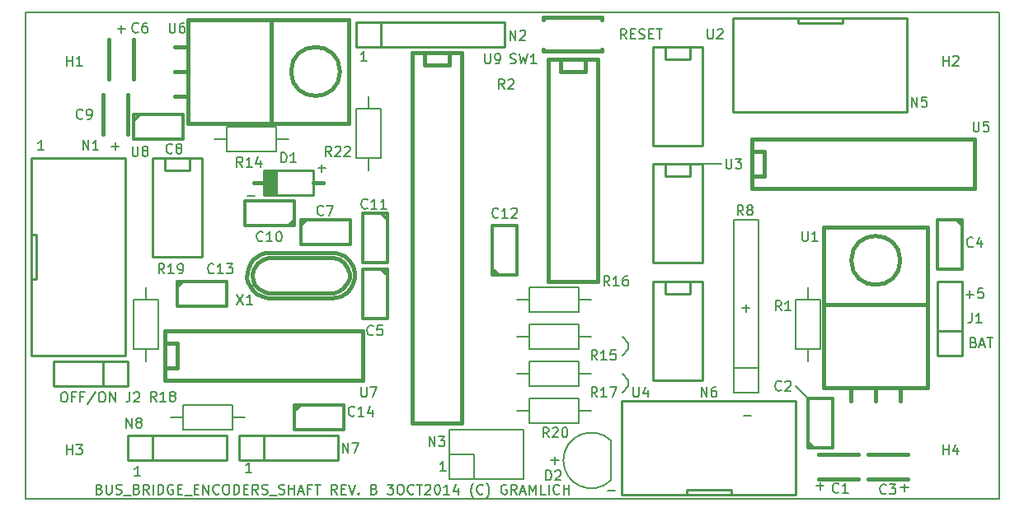
<source format=gto>
%FSLAX46Y46*%
G04 Gerber Fmt 4.6, Leading zero omitted, Abs format (unit mm)*
G04 Created by KiCad (PCBNEW (2014-jul-16 BZR unknown)-product) date Fri 03 Oct 2014 04:25:25 PM PDT*
%MOMM*%
G01*
G04 APERTURE LIST*
%ADD10C,0.100000*%
%ADD11C,0.203200*%
%ADD12C,0.381000*%
%ADD13C,0.304800*%
%ADD14C,0.254000*%
%ADD15C,0.150000*%
G04 APERTURE END LIST*
D10*
D11*
X181997047Y-148662571D02*
X181222952Y-148662571D01*
X181610000Y-149049619D02*
X181610000Y-148275524D01*
X190658447Y-148825131D02*
X189884352Y-148825131D01*
X190271400Y-149212179D02*
X190271400Y-148438084D01*
X169545000Y-115570000D02*
X171450000Y-115570000D01*
X180340000Y-139700000D02*
X179070000Y-138430000D01*
X161719381Y-102694619D02*
X161380715Y-102210810D01*
X161138810Y-102694619D02*
X161138810Y-101678619D01*
X161525857Y-101678619D01*
X161622619Y-101727000D01*
X161671000Y-101775381D01*
X161719381Y-101872143D01*
X161719381Y-102017286D01*
X161671000Y-102114048D01*
X161622619Y-102162429D01*
X161525857Y-102210810D01*
X161138810Y-102210810D01*
X162154810Y-102162429D02*
X162493476Y-102162429D01*
X162638619Y-102694619D02*
X162154810Y-102694619D01*
X162154810Y-101678619D01*
X162638619Y-101678619D01*
X163025667Y-102646238D02*
X163170810Y-102694619D01*
X163412714Y-102694619D01*
X163509476Y-102646238D01*
X163557857Y-102597857D01*
X163606238Y-102501095D01*
X163606238Y-102404333D01*
X163557857Y-102307571D01*
X163509476Y-102259190D01*
X163412714Y-102210810D01*
X163219191Y-102162429D01*
X163122429Y-102114048D01*
X163074048Y-102065667D01*
X163025667Y-101968905D01*
X163025667Y-101872143D01*
X163074048Y-101775381D01*
X163122429Y-101727000D01*
X163219191Y-101678619D01*
X163461095Y-101678619D01*
X163606238Y-101727000D01*
X164041667Y-102162429D02*
X164380333Y-102162429D01*
X164525476Y-102694619D02*
X164041667Y-102694619D01*
X164041667Y-101678619D01*
X164525476Y-101678619D01*
X164815762Y-101678619D02*
X165396333Y-101678619D01*
X165106048Y-102694619D02*
X165106048Y-101678619D01*
X161925000Y-133985000D02*
X161290000Y-133350000D01*
X161925000Y-134620000D02*
X161925000Y-133985000D01*
X161290000Y-135255000D02*
X161925000Y-134620000D01*
X161925000Y-137795000D02*
X161290000Y-137160000D01*
X161925000Y-138430000D02*
X161925000Y-137795000D01*
X161290000Y-139065000D02*
X161925000Y-138430000D01*
X100000000Y-150000000D02*
X100000000Y-100000000D01*
X200000000Y-150000000D02*
X100000000Y-150000000D01*
X200000000Y-100000000D02*
X200000000Y-150000000D01*
X100000000Y-100000000D02*
X200000000Y-100000000D01*
X107610730Y-149012729D02*
X107755873Y-149061110D01*
X107804254Y-149109490D01*
X107852635Y-149206252D01*
X107852635Y-149351395D01*
X107804254Y-149448157D01*
X107755873Y-149496538D01*
X107659111Y-149544919D01*
X107272064Y-149544919D01*
X107272064Y-148528919D01*
X107610730Y-148528919D01*
X107707492Y-148577300D01*
X107755873Y-148625681D01*
X107804254Y-148722443D01*
X107804254Y-148819205D01*
X107755873Y-148915967D01*
X107707492Y-148964348D01*
X107610730Y-149012729D01*
X107272064Y-149012729D01*
X108288064Y-148528919D02*
X108288064Y-149351395D01*
X108336445Y-149448157D01*
X108384826Y-149496538D01*
X108481588Y-149544919D01*
X108675111Y-149544919D01*
X108771873Y-149496538D01*
X108820254Y-149448157D01*
X108868635Y-149351395D01*
X108868635Y-148528919D01*
X109304064Y-149496538D02*
X109449207Y-149544919D01*
X109691111Y-149544919D01*
X109787873Y-149496538D01*
X109836254Y-149448157D01*
X109884635Y-149351395D01*
X109884635Y-149254633D01*
X109836254Y-149157871D01*
X109787873Y-149109490D01*
X109691111Y-149061110D01*
X109497588Y-149012729D01*
X109400826Y-148964348D01*
X109352445Y-148915967D01*
X109304064Y-148819205D01*
X109304064Y-148722443D01*
X109352445Y-148625681D01*
X109400826Y-148577300D01*
X109497588Y-148528919D01*
X109739492Y-148528919D01*
X109884635Y-148577300D01*
X110078159Y-149641681D02*
X110852254Y-149641681D01*
X111432825Y-149012729D02*
X111577968Y-149061110D01*
X111626349Y-149109490D01*
X111674730Y-149206252D01*
X111674730Y-149351395D01*
X111626349Y-149448157D01*
X111577968Y-149496538D01*
X111481206Y-149544919D01*
X111094159Y-149544919D01*
X111094159Y-148528919D01*
X111432825Y-148528919D01*
X111529587Y-148577300D01*
X111577968Y-148625681D01*
X111626349Y-148722443D01*
X111626349Y-148819205D01*
X111577968Y-148915967D01*
X111529587Y-148964348D01*
X111432825Y-149012729D01*
X111094159Y-149012729D01*
X112690730Y-149544919D02*
X112352064Y-149061110D01*
X112110159Y-149544919D02*
X112110159Y-148528919D01*
X112497206Y-148528919D01*
X112593968Y-148577300D01*
X112642349Y-148625681D01*
X112690730Y-148722443D01*
X112690730Y-148867586D01*
X112642349Y-148964348D01*
X112593968Y-149012729D01*
X112497206Y-149061110D01*
X112110159Y-149061110D01*
X113126159Y-149544919D02*
X113126159Y-148528919D01*
X113609969Y-149544919D02*
X113609969Y-148528919D01*
X113851874Y-148528919D01*
X113997016Y-148577300D01*
X114093778Y-148674062D01*
X114142159Y-148770824D01*
X114190540Y-148964348D01*
X114190540Y-149109490D01*
X114142159Y-149303014D01*
X114093778Y-149399776D01*
X113997016Y-149496538D01*
X113851874Y-149544919D01*
X113609969Y-149544919D01*
X115158159Y-148577300D02*
X115061397Y-148528919D01*
X114916254Y-148528919D01*
X114771112Y-148577300D01*
X114674350Y-148674062D01*
X114625969Y-148770824D01*
X114577588Y-148964348D01*
X114577588Y-149109490D01*
X114625969Y-149303014D01*
X114674350Y-149399776D01*
X114771112Y-149496538D01*
X114916254Y-149544919D01*
X115013016Y-149544919D01*
X115158159Y-149496538D01*
X115206540Y-149448157D01*
X115206540Y-149109490D01*
X115013016Y-149109490D01*
X115641969Y-149012729D02*
X115980635Y-149012729D01*
X116125778Y-149544919D02*
X115641969Y-149544919D01*
X115641969Y-148528919D01*
X116125778Y-148528919D01*
X116319302Y-149641681D02*
X117093397Y-149641681D01*
X117335302Y-149012729D02*
X117673968Y-149012729D01*
X117819111Y-149544919D02*
X117335302Y-149544919D01*
X117335302Y-148528919D01*
X117819111Y-148528919D01*
X118254540Y-149544919D02*
X118254540Y-148528919D01*
X118835111Y-149544919D01*
X118835111Y-148528919D01*
X119899492Y-149448157D02*
X119851111Y-149496538D01*
X119705968Y-149544919D01*
X119609206Y-149544919D01*
X119464064Y-149496538D01*
X119367302Y-149399776D01*
X119318921Y-149303014D01*
X119270540Y-149109490D01*
X119270540Y-148964348D01*
X119318921Y-148770824D01*
X119367302Y-148674062D01*
X119464064Y-148577300D01*
X119609206Y-148528919D01*
X119705968Y-148528919D01*
X119851111Y-148577300D01*
X119899492Y-148625681D01*
X120528445Y-148528919D02*
X120721968Y-148528919D01*
X120818730Y-148577300D01*
X120915492Y-148674062D01*
X120963873Y-148867586D01*
X120963873Y-149206252D01*
X120915492Y-149399776D01*
X120818730Y-149496538D01*
X120721968Y-149544919D01*
X120528445Y-149544919D01*
X120431683Y-149496538D01*
X120334921Y-149399776D01*
X120286540Y-149206252D01*
X120286540Y-148867586D01*
X120334921Y-148674062D01*
X120431683Y-148577300D01*
X120528445Y-148528919D01*
X121399302Y-149544919D02*
X121399302Y-148528919D01*
X121641207Y-148528919D01*
X121786349Y-148577300D01*
X121883111Y-148674062D01*
X121931492Y-148770824D01*
X121979873Y-148964348D01*
X121979873Y-149109490D01*
X121931492Y-149303014D01*
X121883111Y-149399776D01*
X121786349Y-149496538D01*
X121641207Y-149544919D01*
X121399302Y-149544919D01*
X122415302Y-149012729D02*
X122753968Y-149012729D01*
X122899111Y-149544919D02*
X122415302Y-149544919D01*
X122415302Y-148528919D01*
X122899111Y-148528919D01*
X123915111Y-149544919D02*
X123576445Y-149061110D01*
X123334540Y-149544919D02*
X123334540Y-148528919D01*
X123721587Y-148528919D01*
X123818349Y-148577300D01*
X123866730Y-148625681D01*
X123915111Y-148722443D01*
X123915111Y-148867586D01*
X123866730Y-148964348D01*
X123818349Y-149012729D01*
X123721587Y-149061110D01*
X123334540Y-149061110D01*
X124302159Y-149496538D02*
X124447302Y-149544919D01*
X124689206Y-149544919D01*
X124785968Y-149496538D01*
X124834349Y-149448157D01*
X124882730Y-149351395D01*
X124882730Y-149254633D01*
X124834349Y-149157871D01*
X124785968Y-149109490D01*
X124689206Y-149061110D01*
X124495683Y-149012729D01*
X124398921Y-148964348D01*
X124350540Y-148915967D01*
X124302159Y-148819205D01*
X124302159Y-148722443D01*
X124350540Y-148625681D01*
X124398921Y-148577300D01*
X124495683Y-148528919D01*
X124737587Y-148528919D01*
X124882730Y-148577300D01*
X125076254Y-149641681D02*
X125850349Y-149641681D01*
X126043873Y-149496538D02*
X126189016Y-149544919D01*
X126430920Y-149544919D01*
X126527682Y-149496538D01*
X126576063Y-149448157D01*
X126624444Y-149351395D01*
X126624444Y-149254633D01*
X126576063Y-149157871D01*
X126527682Y-149109490D01*
X126430920Y-149061110D01*
X126237397Y-149012729D01*
X126140635Y-148964348D01*
X126092254Y-148915967D01*
X126043873Y-148819205D01*
X126043873Y-148722443D01*
X126092254Y-148625681D01*
X126140635Y-148577300D01*
X126237397Y-148528919D01*
X126479301Y-148528919D01*
X126624444Y-148577300D01*
X127059873Y-149544919D02*
X127059873Y-148528919D01*
X127059873Y-149012729D02*
X127640444Y-149012729D01*
X127640444Y-149544919D02*
X127640444Y-148528919D01*
X128075873Y-149254633D02*
X128559682Y-149254633D01*
X127979111Y-149544919D02*
X128317778Y-148528919D01*
X128656444Y-149544919D01*
X129333777Y-149012729D02*
X128995111Y-149012729D01*
X128995111Y-149544919D02*
X128995111Y-148528919D01*
X129478920Y-148528919D01*
X129720825Y-148528919D02*
X130301396Y-148528919D01*
X130011111Y-149544919D02*
X130011111Y-148528919D01*
X131994729Y-149544919D02*
X131656063Y-149061110D01*
X131414158Y-149544919D02*
X131414158Y-148528919D01*
X131801205Y-148528919D01*
X131897967Y-148577300D01*
X131946348Y-148625681D01*
X131994729Y-148722443D01*
X131994729Y-148867586D01*
X131946348Y-148964348D01*
X131897967Y-149012729D01*
X131801205Y-149061110D01*
X131414158Y-149061110D01*
X132430158Y-149012729D02*
X132768824Y-149012729D01*
X132913967Y-149544919D02*
X132430158Y-149544919D01*
X132430158Y-148528919D01*
X132913967Y-148528919D01*
X133204253Y-148528919D02*
X133542920Y-149544919D01*
X133881586Y-148528919D01*
X134220253Y-149448157D02*
X134268634Y-149496538D01*
X134220253Y-149544919D01*
X134171872Y-149496538D01*
X134220253Y-149448157D01*
X134220253Y-149544919D01*
X135816824Y-149012729D02*
X135961967Y-149061110D01*
X136010348Y-149109490D01*
X136058729Y-149206252D01*
X136058729Y-149351395D01*
X136010348Y-149448157D01*
X135961967Y-149496538D01*
X135865205Y-149544919D01*
X135478158Y-149544919D01*
X135478158Y-148528919D01*
X135816824Y-148528919D01*
X135913586Y-148577300D01*
X135961967Y-148625681D01*
X136010348Y-148722443D01*
X136010348Y-148819205D01*
X135961967Y-148915967D01*
X135913586Y-148964348D01*
X135816824Y-149012729D01*
X135478158Y-149012729D01*
X137171491Y-148528919D02*
X137800443Y-148528919D01*
X137461777Y-148915967D01*
X137606919Y-148915967D01*
X137703681Y-148964348D01*
X137752062Y-149012729D01*
X137800443Y-149109490D01*
X137800443Y-149351395D01*
X137752062Y-149448157D01*
X137703681Y-149496538D01*
X137606919Y-149544919D01*
X137316634Y-149544919D01*
X137219872Y-149496538D01*
X137171491Y-149448157D01*
X138429396Y-148528919D02*
X138622919Y-148528919D01*
X138719681Y-148577300D01*
X138816443Y-148674062D01*
X138864824Y-148867586D01*
X138864824Y-149206252D01*
X138816443Y-149399776D01*
X138719681Y-149496538D01*
X138622919Y-149544919D01*
X138429396Y-149544919D01*
X138332634Y-149496538D01*
X138235872Y-149399776D01*
X138187491Y-149206252D01*
X138187491Y-148867586D01*
X138235872Y-148674062D01*
X138332634Y-148577300D01*
X138429396Y-148528919D01*
X139880824Y-149448157D02*
X139832443Y-149496538D01*
X139687300Y-149544919D01*
X139590538Y-149544919D01*
X139445396Y-149496538D01*
X139348634Y-149399776D01*
X139300253Y-149303014D01*
X139251872Y-149109490D01*
X139251872Y-148964348D01*
X139300253Y-148770824D01*
X139348634Y-148674062D01*
X139445396Y-148577300D01*
X139590538Y-148528919D01*
X139687300Y-148528919D01*
X139832443Y-148577300D01*
X139880824Y-148625681D01*
X140171110Y-148528919D02*
X140751681Y-148528919D01*
X140461396Y-149544919D02*
X140461396Y-148528919D01*
X141041967Y-148625681D02*
X141090348Y-148577300D01*
X141187110Y-148528919D01*
X141429014Y-148528919D01*
X141525776Y-148577300D01*
X141574157Y-148625681D01*
X141622538Y-148722443D01*
X141622538Y-148819205D01*
X141574157Y-148964348D01*
X140993586Y-149544919D01*
X141622538Y-149544919D01*
X142251491Y-148528919D02*
X142348252Y-148528919D01*
X142445014Y-148577300D01*
X142493395Y-148625681D01*
X142541776Y-148722443D01*
X142590157Y-148915967D01*
X142590157Y-149157871D01*
X142541776Y-149351395D01*
X142493395Y-149448157D01*
X142445014Y-149496538D01*
X142348252Y-149544919D01*
X142251491Y-149544919D01*
X142154729Y-149496538D01*
X142106348Y-149448157D01*
X142057967Y-149351395D01*
X142009586Y-149157871D01*
X142009586Y-148915967D01*
X142057967Y-148722443D01*
X142106348Y-148625681D01*
X142154729Y-148577300D01*
X142251491Y-148528919D01*
X143557776Y-149544919D02*
X142977205Y-149544919D01*
X143267491Y-149544919D02*
X143267491Y-148528919D01*
X143170729Y-148674062D01*
X143073967Y-148770824D01*
X142977205Y-148819205D01*
X144428633Y-148867586D02*
X144428633Y-149544919D01*
X144186729Y-148480538D02*
X143944824Y-149206252D01*
X144573776Y-149206252D01*
X146025204Y-149931967D02*
X145976824Y-149883586D01*
X145880062Y-149738443D01*
X145831681Y-149641681D01*
X145783300Y-149496538D01*
X145734919Y-149254633D01*
X145734919Y-149061110D01*
X145783300Y-148819205D01*
X145831681Y-148674062D01*
X145880062Y-148577300D01*
X145976824Y-148432157D01*
X146025204Y-148383776D01*
X146992823Y-149448157D02*
X146944442Y-149496538D01*
X146799299Y-149544919D01*
X146702537Y-149544919D01*
X146557395Y-149496538D01*
X146460633Y-149399776D01*
X146412252Y-149303014D01*
X146363871Y-149109490D01*
X146363871Y-148964348D01*
X146412252Y-148770824D01*
X146460633Y-148674062D01*
X146557395Y-148577300D01*
X146702537Y-148528919D01*
X146799299Y-148528919D01*
X146944442Y-148577300D01*
X146992823Y-148625681D01*
X147331490Y-149931967D02*
X147379871Y-149883586D01*
X147476633Y-149738443D01*
X147525014Y-149641681D01*
X147573395Y-149496538D01*
X147621776Y-149254633D01*
X147621776Y-149061110D01*
X147573395Y-148819205D01*
X147525014Y-148674062D01*
X147476633Y-148577300D01*
X147379871Y-148432157D01*
X147331490Y-148383776D01*
X149411870Y-148577300D02*
X149315108Y-148528919D01*
X149169965Y-148528919D01*
X149024823Y-148577300D01*
X148928061Y-148674062D01*
X148879680Y-148770824D01*
X148831299Y-148964348D01*
X148831299Y-149109490D01*
X148879680Y-149303014D01*
X148928061Y-149399776D01*
X149024823Y-149496538D01*
X149169965Y-149544919D01*
X149266727Y-149544919D01*
X149411870Y-149496538D01*
X149460251Y-149448157D01*
X149460251Y-149109490D01*
X149266727Y-149109490D01*
X150476251Y-149544919D02*
X150137585Y-149061110D01*
X149895680Y-149544919D02*
X149895680Y-148528919D01*
X150282727Y-148528919D01*
X150379489Y-148577300D01*
X150427870Y-148625681D01*
X150476251Y-148722443D01*
X150476251Y-148867586D01*
X150427870Y-148964348D01*
X150379489Y-149012729D01*
X150282727Y-149061110D01*
X149895680Y-149061110D01*
X150863299Y-149254633D02*
X151347108Y-149254633D01*
X150766537Y-149544919D02*
X151105204Y-148528919D01*
X151443870Y-149544919D01*
X151782537Y-149544919D02*
X151782537Y-148528919D01*
X152121203Y-149254633D01*
X152459870Y-148528919D01*
X152459870Y-149544919D01*
X153427489Y-149544919D02*
X152943680Y-149544919D01*
X152943680Y-148528919D01*
X153766156Y-149544919D02*
X153766156Y-148528919D01*
X154830537Y-149448157D02*
X154782156Y-149496538D01*
X154637013Y-149544919D01*
X154540251Y-149544919D01*
X154395109Y-149496538D01*
X154298347Y-149399776D01*
X154249966Y-149303014D01*
X154201585Y-149109490D01*
X154201585Y-148964348D01*
X154249966Y-148770824D01*
X154298347Y-148674062D01*
X154395109Y-148577300D01*
X154540251Y-148528919D01*
X154637013Y-148528919D01*
X154782156Y-148577300D01*
X154830537Y-148625681D01*
X155265966Y-149544919D02*
X155265966Y-148528919D01*
X155265966Y-149012729D02*
X155846537Y-149012729D01*
X155846537Y-149544919D02*
X155846537Y-148528919D01*
X101890286Y-114124619D02*
X101309715Y-114124619D01*
X101600001Y-114124619D02*
X101600001Y-113108619D01*
X101503239Y-113253762D01*
X101406477Y-113350524D01*
X101309715Y-113398905D01*
X135037286Y-104980619D02*
X134456715Y-104980619D01*
X134747001Y-104980619D02*
X134747001Y-103964619D01*
X134650239Y-104109762D01*
X134553477Y-104206524D01*
X134456715Y-104254905D01*
X103887210Y-139031859D02*
X104080733Y-139031859D01*
X104177495Y-139080240D01*
X104274257Y-139177002D01*
X104322638Y-139370526D01*
X104322638Y-139709192D01*
X104274257Y-139902716D01*
X104177495Y-139999478D01*
X104080733Y-140047859D01*
X103887210Y-140047859D01*
X103790448Y-139999478D01*
X103693686Y-139902716D01*
X103645305Y-139709192D01*
X103645305Y-139370526D01*
X103693686Y-139177002D01*
X103790448Y-139080240D01*
X103887210Y-139031859D01*
X105096733Y-139515669D02*
X104758067Y-139515669D01*
X104758067Y-140047859D02*
X104758067Y-139031859D01*
X105241876Y-139031859D01*
X105967590Y-139515669D02*
X105628924Y-139515669D01*
X105628924Y-140047859D02*
X105628924Y-139031859D01*
X106112733Y-139031859D01*
X107225495Y-138983478D02*
X106354638Y-140289764D01*
X107757686Y-139031859D02*
X107951209Y-139031859D01*
X108047971Y-139080240D01*
X108144733Y-139177002D01*
X108193114Y-139370526D01*
X108193114Y-139709192D01*
X108144733Y-139902716D01*
X108047971Y-139999478D01*
X107951209Y-140047859D01*
X107757686Y-140047859D01*
X107660924Y-139999478D01*
X107564162Y-139902716D01*
X107515781Y-139709192D01*
X107515781Y-139370526D01*
X107564162Y-139177002D01*
X107660924Y-139080240D01*
X107757686Y-139031859D01*
X108628543Y-140047859D02*
X108628543Y-139031859D01*
X109209114Y-140047859D01*
X109209114Y-139031859D01*
X143165286Y-147144619D02*
X142584715Y-147144619D01*
X142875001Y-147144619D02*
X142875001Y-146128619D01*
X142778239Y-146273762D01*
X142681477Y-146370524D01*
X142584715Y-146418905D01*
X123226286Y-147271619D02*
X122645715Y-147271619D01*
X122936001Y-147271619D02*
X122936001Y-146255619D01*
X122839239Y-146400762D01*
X122742477Y-146497524D01*
X122645715Y-146545905D01*
X111796286Y-147652619D02*
X111215715Y-147652619D01*
X111506001Y-147652619D02*
X111506001Y-146636619D01*
X111409239Y-146781762D01*
X111312477Y-146878524D01*
X111215715Y-146926905D01*
X197370095Y-133912429D02*
X197515238Y-133960810D01*
X197563619Y-134009190D01*
X197612000Y-134105952D01*
X197612000Y-134251095D01*
X197563619Y-134347857D01*
X197515238Y-134396238D01*
X197418476Y-134444619D01*
X197031429Y-134444619D01*
X197031429Y-133428619D01*
X197370095Y-133428619D01*
X197466857Y-133477000D01*
X197515238Y-133525381D01*
X197563619Y-133622143D01*
X197563619Y-133718905D01*
X197515238Y-133815667D01*
X197466857Y-133864048D01*
X197370095Y-133912429D01*
X197031429Y-133912429D01*
X197999048Y-134154333D02*
X198482857Y-134154333D01*
X197902286Y-134444619D02*
X198240953Y-133428619D01*
X198579619Y-134444619D01*
X198773143Y-133428619D02*
X199353714Y-133428619D01*
X199063429Y-134444619D02*
X199063429Y-133428619D01*
X196614143Y-128977571D02*
X197388238Y-128977571D01*
X197001190Y-129364619D02*
X197001190Y-128590524D01*
X198355857Y-128348619D02*
X197872048Y-128348619D01*
X197823667Y-128832429D01*
X197872048Y-128784048D01*
X197968810Y-128735667D01*
X198210714Y-128735667D01*
X198307476Y-128784048D01*
X198355857Y-128832429D01*
X198404238Y-128929190D01*
X198404238Y-129171095D01*
X198355857Y-129267857D01*
X198307476Y-129316238D01*
X198210714Y-129364619D01*
X197968810Y-129364619D01*
X197872048Y-129316238D01*
X197823667Y-129267857D01*
X174377047Y-130374571D02*
X173602952Y-130374571D01*
X173990000Y-130761619D02*
X173990000Y-129987524D01*
X174504047Y-141423571D02*
X173729952Y-141423571D01*
X110242047Y-101672571D02*
X109467952Y-101672571D01*
X109855000Y-102059619D02*
X109855000Y-101285524D01*
X109607047Y-113737571D02*
X108832952Y-113737571D01*
X109220000Y-114124619D02*
X109220000Y-113350524D01*
D12*
X185547000Y-145415000D02*
X181483000Y-145415000D01*
X181483000Y-147955000D02*
X185547000Y-147955000D01*
D13*
X180340000Y-144729200D02*
X180340000Y-139700000D01*
X180340000Y-139700000D02*
X182880000Y-139700000D01*
X182880000Y-139700000D02*
X182880000Y-144780000D01*
X182880000Y-144780000D02*
X180340000Y-144780000D01*
X180975000Y-144780000D02*
X180340000Y-144145000D01*
D12*
X186563000Y-147955000D02*
X190627000Y-147955000D01*
X190627000Y-145415000D02*
X186563000Y-145415000D01*
D13*
X196215000Y-121335800D02*
X196215000Y-126365000D01*
X196215000Y-126365000D02*
X193675000Y-126365000D01*
X193675000Y-126365000D02*
X193675000Y-121285000D01*
X193675000Y-121285000D02*
X196215000Y-121285000D01*
X195580000Y-121285000D02*
X196215000Y-121920000D01*
X137160000Y-126415800D02*
X137160000Y-131445000D01*
X137160000Y-131445000D02*
X134620000Y-131445000D01*
X134620000Y-131445000D02*
X134620000Y-126365000D01*
X134620000Y-126365000D02*
X137160000Y-126365000D01*
X136525000Y-126365000D02*
X137160000Y-127000000D01*
D12*
X111125000Y-106807000D02*
X111125000Y-102743000D01*
X108585000Y-102743000D02*
X108585000Y-106807000D01*
D13*
X128320800Y-121285000D02*
X133350000Y-121285000D01*
X133350000Y-121285000D02*
X133350000Y-123825000D01*
X133350000Y-123825000D02*
X128270000Y-123825000D01*
X128270000Y-123825000D02*
X128270000Y-121285000D01*
X128270000Y-121920000D02*
X128905000Y-121285000D01*
X111175800Y-110490000D02*
X116205000Y-110490000D01*
X116205000Y-110490000D02*
X116205000Y-113030000D01*
X116205000Y-113030000D02*
X111125000Y-113030000D01*
X111125000Y-113030000D02*
X111125000Y-110490000D01*
X111125000Y-111125000D02*
X111760000Y-110490000D01*
D12*
X107950000Y-108458000D02*
X107950000Y-112522000D01*
X110490000Y-112522000D02*
X110490000Y-108458000D01*
D13*
X127584200Y-121920000D02*
X122555000Y-121920000D01*
X122555000Y-121920000D02*
X122555000Y-119380000D01*
X122555000Y-119380000D02*
X127635000Y-119380000D01*
X127635000Y-119380000D02*
X127635000Y-121920000D01*
X127635000Y-121285000D02*
X127000000Y-121920000D01*
X137160000Y-120700800D02*
X137160000Y-125730000D01*
X137160000Y-125730000D02*
X134620000Y-125730000D01*
X134620000Y-125730000D02*
X134620000Y-120650000D01*
X134620000Y-120650000D02*
X137160000Y-120650000D01*
X136525000Y-120650000D02*
X137160000Y-121285000D01*
X147955000Y-126949200D02*
X147955000Y-121920000D01*
X147955000Y-121920000D02*
X150495000Y-121920000D01*
X150495000Y-121920000D02*
X150495000Y-127000000D01*
X150495000Y-127000000D02*
X147955000Y-127000000D01*
X148590000Y-127000000D02*
X147955000Y-126365000D01*
X115620800Y-127635000D02*
X120650000Y-127635000D01*
X120650000Y-127635000D02*
X120650000Y-130175000D01*
X120650000Y-130175000D02*
X115570000Y-130175000D01*
X115570000Y-130175000D02*
X115570000Y-127635000D01*
X115570000Y-128270000D02*
X116205000Y-127635000D01*
X127685800Y-140335000D02*
X132715000Y-140335000D01*
X132715000Y-140335000D02*
X132715000Y-142875000D01*
X132715000Y-142875000D02*
X127635000Y-142875000D01*
X127635000Y-142875000D02*
X127635000Y-140335000D01*
X127635000Y-140970000D02*
X128270000Y-140335000D01*
D12*
X129540000Y-117475000D02*
X130556000Y-117475000D01*
X124714000Y-117475000D02*
X123444000Y-117475000D01*
D14*
X124968000Y-118745000D02*
X124968000Y-116205000D01*
X125222000Y-118745000D02*
X125222000Y-116205000D01*
X125476000Y-118745000D02*
X125476000Y-116205000D01*
X124714000Y-118745000D02*
X124714000Y-116205000D01*
X125730000Y-118745000D02*
X124460000Y-116205000D01*
X124460000Y-118745000D02*
X125730000Y-116205000D01*
X125730000Y-118745000D02*
X125730000Y-116205000D01*
X125095000Y-118745000D02*
X125095000Y-116205000D01*
X124460000Y-116205000D02*
X124460000Y-118745000D01*
X124460000Y-118745000D02*
X129540000Y-118745000D01*
X129540000Y-118745000D02*
X129540000Y-116205000D01*
X129540000Y-116205000D02*
X124460000Y-116205000D01*
X196215000Y-132715000D02*
X196215000Y-127635000D01*
X196215000Y-127635000D02*
X193675000Y-127635000D01*
X193675000Y-127635000D02*
X193675000Y-132715000D01*
X193675000Y-135255000D02*
X193675000Y-132715000D01*
X193675000Y-132715000D02*
X196215000Y-132715000D01*
X193675000Y-135255000D02*
X196215000Y-135255000D01*
X196215000Y-135255000D02*
X196215000Y-132715000D01*
X107950000Y-135890000D02*
X102870000Y-135890000D01*
X102870000Y-135890000D02*
X102870000Y-138430000D01*
X102870000Y-138430000D02*
X107950000Y-138430000D01*
X110490000Y-138430000D02*
X107950000Y-138430000D01*
X107950000Y-138430000D02*
X107950000Y-135890000D01*
X110490000Y-138430000D02*
X110490000Y-135890000D01*
X110490000Y-135890000D02*
X107950000Y-135890000D01*
X100584000Y-127381000D02*
X101092000Y-127381000D01*
X101092000Y-127381000D02*
X101092000Y-122809000D01*
X101092000Y-122809000D02*
X100584000Y-122809000D01*
X110236000Y-114935000D02*
X110236000Y-135255000D01*
X110236000Y-135255000D02*
X100584000Y-135255000D01*
X100584000Y-135255000D02*
X100584000Y-114935000D01*
X100584000Y-114935000D02*
X110236000Y-114935000D01*
X136525000Y-100965000D02*
X149225000Y-100965000D01*
X149225000Y-100965000D02*
X149225000Y-103505000D01*
X149225000Y-103505000D02*
X136525000Y-103505000D01*
X133985000Y-100965000D02*
X136525000Y-100965000D01*
X136525000Y-100965000D02*
X136525000Y-103505000D01*
X133985000Y-100965000D02*
X133985000Y-103505000D01*
X133985000Y-103505000D02*
X136525000Y-103505000D01*
X179324000Y-100584000D02*
X179324000Y-101092000D01*
X179324000Y-101092000D02*
X183896000Y-101092000D01*
X183896000Y-101092000D02*
X183896000Y-100584000D01*
X190520000Y-110236000D02*
X172700000Y-110236000D01*
X172700000Y-110236000D02*
X172700000Y-100584000D01*
X172700000Y-100584000D02*
X190520000Y-100584000D01*
X190520000Y-100584000D02*
X190520000Y-110236000D01*
X172466000Y-149606000D02*
X172466000Y-149098000D01*
X172466000Y-149098000D02*
X167894000Y-149098000D01*
X167894000Y-149098000D02*
X167894000Y-149606000D01*
X161270000Y-139954000D02*
X179090000Y-139954000D01*
X179090000Y-139954000D02*
X179090000Y-149606000D01*
X179090000Y-149606000D02*
X161270000Y-149606000D01*
X161270000Y-149606000D02*
X161270000Y-139954000D01*
X124460000Y-146050000D02*
X132080000Y-146050000D01*
X124460000Y-143510000D02*
X132080000Y-143510000D01*
X121920000Y-143510000D02*
X124460000Y-143510000D01*
X132080000Y-146050000D02*
X132080000Y-143510000D01*
X124460000Y-143510000D02*
X124460000Y-146050000D01*
X121920000Y-143510000D02*
X121920000Y-146050000D01*
X121920000Y-146050000D02*
X124460000Y-146050000D01*
X113030000Y-146050000D02*
X120650000Y-146050000D01*
X113030000Y-143510000D02*
X120650000Y-143510000D01*
X110490000Y-143510000D02*
X113030000Y-143510000D01*
X120650000Y-146050000D02*
X120650000Y-143510000D01*
X113030000Y-143510000D02*
X113030000Y-146050000D01*
X110490000Y-143510000D02*
X110490000Y-146050000D01*
X110490000Y-146050000D02*
X113030000Y-146050000D01*
D15*
X180340000Y-134620000D02*
X180340000Y-135890000D01*
X180340000Y-129540000D02*
X180340000Y-128270000D01*
X181610000Y-129540000D02*
X179070000Y-129540000D01*
X179070000Y-129540000D02*
X179070000Y-134620000D01*
X179070000Y-134620000D02*
X181610000Y-134620000D01*
X181610000Y-134620000D02*
X181610000Y-129540000D01*
X120650000Y-113030000D02*
X119380000Y-113030000D01*
X125730000Y-113030000D02*
X127000000Y-113030000D01*
X125730000Y-114300000D02*
X125730000Y-111760000D01*
X125730000Y-111760000D02*
X120650000Y-111760000D01*
X120650000Y-111760000D02*
X120650000Y-114300000D01*
X120650000Y-114300000D02*
X125730000Y-114300000D01*
X151765000Y-129540000D02*
X150495000Y-129540000D01*
X156845000Y-129540000D02*
X158115000Y-129540000D01*
X156845000Y-130810000D02*
X156845000Y-128270000D01*
X156845000Y-128270000D02*
X151765000Y-128270000D01*
X151765000Y-128270000D02*
X151765000Y-130810000D01*
X151765000Y-130810000D02*
X156845000Y-130810000D01*
X156845000Y-133350000D02*
X158115000Y-133350000D01*
X151765000Y-133350000D02*
X150495000Y-133350000D01*
X151765000Y-132080000D02*
X151765000Y-134620000D01*
X151765000Y-134620000D02*
X156845000Y-134620000D01*
X156845000Y-134620000D02*
X156845000Y-132080000D01*
X156845000Y-132080000D02*
X151765000Y-132080000D01*
X151765000Y-137160000D02*
X150495000Y-137160000D01*
X156845000Y-137160000D02*
X158115000Y-137160000D01*
X156845000Y-138430000D02*
X156845000Y-135890000D01*
X156845000Y-135890000D02*
X151765000Y-135890000D01*
X151765000Y-135890000D02*
X151765000Y-138430000D01*
X151765000Y-138430000D02*
X156845000Y-138430000D01*
X121285000Y-141605000D02*
X122555000Y-141605000D01*
X116205000Y-141605000D02*
X114935000Y-141605000D01*
X116205000Y-140335000D02*
X116205000Y-142875000D01*
X116205000Y-142875000D02*
X121285000Y-142875000D01*
X121285000Y-142875000D02*
X121285000Y-140335000D01*
X121285000Y-140335000D02*
X116205000Y-140335000D01*
X112395000Y-134620000D02*
X112395000Y-135890000D01*
X112395000Y-129540000D02*
X112395000Y-128270000D01*
X113665000Y-129540000D02*
X111125000Y-129540000D01*
X111125000Y-129540000D02*
X111125000Y-134620000D01*
X111125000Y-134620000D02*
X113665000Y-134620000D01*
X113665000Y-134620000D02*
X113665000Y-129540000D01*
X151765000Y-140970000D02*
X150495000Y-140970000D01*
X156845000Y-140970000D02*
X158115000Y-140970000D01*
X156845000Y-142240000D02*
X156845000Y-139700000D01*
X156845000Y-139700000D02*
X151765000Y-139700000D01*
X151765000Y-139700000D02*
X151765000Y-142240000D01*
X151765000Y-142240000D02*
X156845000Y-142240000D01*
X135255000Y-109855000D02*
X135255000Y-108585000D01*
X135255000Y-114935000D02*
X135255000Y-116205000D01*
X133985000Y-114935000D02*
X136525000Y-114935000D01*
X136525000Y-114935000D02*
X136525000Y-109855000D01*
X136525000Y-109855000D02*
X133985000Y-109855000D01*
X133985000Y-109855000D02*
X133985000Y-114935000D01*
D12*
X153210260Y-100484940D02*
X153210260Y-100733860D01*
X159209740Y-100484940D02*
X159209740Y-100733860D01*
X153210260Y-103985060D02*
X153210260Y-103736140D01*
X159209740Y-103985060D02*
X159209740Y-103736140D01*
X159209740Y-100484940D02*
X153210260Y-100484940D01*
X159209740Y-103985060D02*
X153210260Y-103985060D01*
X184785000Y-138557000D02*
X184785000Y-139954000D01*
X187325000Y-138557000D02*
X187325000Y-139954000D01*
X189865000Y-138557000D02*
X189865000Y-139954000D01*
X189839472Y-125476000D02*
G75*
G03X189839472Y-125476000I-2514472J0D01*
G74*
G01*
X192659000Y-130048000D02*
X192659000Y-122047000D01*
X192659000Y-122047000D02*
X181991000Y-122047000D01*
X181991000Y-122047000D02*
X181991000Y-130048000D01*
X192659000Y-138557000D02*
X192659000Y-130048000D01*
X192659000Y-130048000D02*
X181991000Y-130048000D01*
X181991000Y-130048000D02*
X181991000Y-138557000D01*
X187325000Y-138557000D02*
X181991000Y-138557000D01*
X187325000Y-138557000D02*
X192659000Y-138557000D01*
D14*
X168275000Y-103505000D02*
X168275000Y-104775000D01*
X168275000Y-104775000D02*
X165735000Y-104775000D01*
X165735000Y-104775000D02*
X165735000Y-103505000D01*
X169545000Y-103505000D02*
X169545000Y-113665000D01*
X169545000Y-113665000D02*
X164465000Y-113665000D01*
X164465000Y-113665000D02*
X164465000Y-103505000D01*
X164465000Y-103505000D02*
X169545000Y-103505000D01*
X168275000Y-115570000D02*
X168275000Y-116840000D01*
X168275000Y-116840000D02*
X165735000Y-116840000D01*
X165735000Y-116840000D02*
X165735000Y-115570000D01*
X169545000Y-115570000D02*
X169545000Y-125730000D01*
X169545000Y-125730000D02*
X164465000Y-125730000D01*
X164465000Y-125730000D02*
X164465000Y-115570000D01*
X164465000Y-115570000D02*
X169545000Y-115570000D01*
X168275000Y-127635000D02*
X168275000Y-128905000D01*
X168275000Y-128905000D02*
X165735000Y-128905000D01*
X165735000Y-128905000D02*
X165735000Y-127635000D01*
X169545000Y-127635000D02*
X169545000Y-137795000D01*
X169545000Y-137795000D02*
X164465000Y-137795000D01*
X164465000Y-137795000D02*
X164465000Y-127635000D01*
X164465000Y-127635000D02*
X169545000Y-127635000D01*
D12*
X174625000Y-114300000D02*
X174625000Y-114300000D01*
X174625000Y-114300000D02*
X175895000Y-114300000D01*
X175895000Y-114300000D02*
X175895000Y-116840000D01*
X175895000Y-116840000D02*
X174625000Y-116840000D01*
X174625000Y-113030000D02*
X197485000Y-113030000D01*
X197485000Y-113030000D02*
X197485000Y-118110000D01*
X197485000Y-118110000D02*
X174625000Y-118110000D01*
X174625000Y-118110000D02*
X174625000Y-113030000D01*
X116713000Y-103505000D02*
X115316000Y-103505000D01*
X116713000Y-106045000D02*
X115316000Y-106045000D01*
X116713000Y-108585000D02*
X115316000Y-108585000D01*
X132308472Y-106045000D02*
G75*
G03X132308472Y-106045000I-2514472J0D01*
G74*
G01*
X125222000Y-111379000D02*
X133223000Y-111379000D01*
X133223000Y-111379000D02*
X133223000Y-100711000D01*
X133223000Y-100711000D02*
X125222000Y-100711000D01*
X116713000Y-111379000D02*
X125222000Y-111379000D01*
X125222000Y-111379000D02*
X125222000Y-100711000D01*
X125222000Y-100711000D02*
X116713000Y-100711000D01*
X116713000Y-106045000D02*
X116713000Y-100711000D01*
X116713000Y-106045000D02*
X116713000Y-111379000D01*
X114300000Y-132715000D02*
X134620000Y-132715000D01*
X134620000Y-137795000D02*
X114300000Y-137795000D01*
X114300000Y-137795000D02*
X114300000Y-132715000D01*
X114300000Y-133985000D02*
X115570000Y-133985000D01*
X115570000Y-133985000D02*
X115570000Y-136525000D01*
X115570000Y-136525000D02*
X114300000Y-136525000D01*
X134620000Y-132715000D02*
X134620000Y-137795000D01*
D14*
X116840000Y-114935000D02*
X116840000Y-116205000D01*
X116840000Y-116205000D02*
X114300000Y-116205000D01*
X114300000Y-116205000D02*
X114300000Y-114935000D01*
X118110000Y-114935000D02*
X118110000Y-125095000D01*
X118110000Y-125095000D02*
X113030000Y-125095000D01*
X113030000Y-125095000D02*
X113030000Y-114935000D01*
X113030000Y-114935000D02*
X118110000Y-114935000D01*
D12*
X144780000Y-104140000D02*
X144780000Y-142240000D01*
X144780000Y-142240000D02*
X139700000Y-142240000D01*
X139700000Y-142240000D02*
X139700000Y-104140000D01*
X139700000Y-104140000D02*
X144780000Y-104140000D01*
X143510000Y-104140000D02*
X143510000Y-105410000D01*
X143510000Y-105410000D02*
X140970000Y-105410000D01*
X140970000Y-105410000D02*
X140970000Y-104140000D01*
X123571000Y-128000760D02*
X123370340Y-127599440D01*
X123370340Y-127599440D02*
X123268740Y-127000000D01*
X123268740Y-127000000D02*
X123370340Y-126499620D01*
X123370340Y-126499620D02*
X123769120Y-125801120D01*
X123769120Y-125801120D02*
X124371100Y-125399800D01*
X124371100Y-125399800D02*
X124970540Y-125199140D01*
X124970540Y-125199140D02*
X131569460Y-125199140D01*
X131569460Y-125199140D02*
X132270500Y-125399800D01*
X132270500Y-125399800D02*
X132669280Y-125699520D01*
X132669280Y-125699520D02*
X133070600Y-126199900D01*
X133070600Y-126199900D02*
X133271260Y-126799340D01*
X133271260Y-126799340D02*
X133271260Y-127299720D01*
X133271260Y-127299720D02*
X133070600Y-127800100D01*
X133070600Y-127800100D02*
X132570220Y-128399540D01*
X132570220Y-128399540D02*
X132069840Y-128699260D01*
X132069840Y-128699260D02*
X131569460Y-128800860D01*
X131470400Y-128800860D02*
X124868940Y-128800860D01*
X124868940Y-128800860D02*
X124470160Y-128699260D01*
X124470160Y-128699260D02*
X123969780Y-128399540D01*
X123969780Y-128399540D02*
X123469400Y-127899160D01*
X131460240Y-129329180D02*
X131919980Y-129280920D01*
X131919980Y-129280920D02*
X132318760Y-129169160D01*
X132318760Y-129169160D02*
X132750560Y-128950720D01*
X132750560Y-128950720D02*
X133040120Y-128719580D01*
X133040120Y-128719580D02*
X133370320Y-128369060D01*
X133370320Y-128369060D02*
X133659880Y-127830580D01*
X133659880Y-127830580D02*
X133789420Y-127231140D01*
X133789420Y-127231140D02*
X133789420Y-126720600D01*
X133789420Y-126720600D02*
X133619240Y-126019560D01*
X133619240Y-126019560D02*
X133220460Y-125430280D01*
X133220460Y-125430280D02*
X132760720Y-125059440D01*
X132760720Y-125059440D02*
X132339080Y-124851160D01*
X132339080Y-124851160D02*
X131889500Y-124691140D01*
X131889500Y-124691140D02*
X131450080Y-124660660D01*
X124109480Y-124879100D02*
X123731020Y-125100080D01*
X123731020Y-125100080D02*
X123410980Y-125379480D01*
X123410980Y-125379480D02*
X123159520Y-125709680D01*
X123159520Y-125709680D02*
X122859800Y-126260860D01*
X122859800Y-126260860D02*
X122750580Y-126730760D01*
X122750580Y-126730760D02*
X122730260Y-127190500D01*
X122730260Y-127190500D02*
X122819160Y-127650240D01*
X122819160Y-127650240D02*
X123009660Y-128099820D01*
X123009660Y-128099820D02*
X123370340Y-128569720D01*
X123370340Y-128569720D02*
X123720860Y-128889760D01*
X123720860Y-128889760D02*
X124109480Y-129120900D01*
X124109480Y-129120900D02*
X124538740Y-129260600D01*
X124538740Y-129260600D02*
X124980700Y-129329180D01*
X131470400Y-124670820D02*
X125018800Y-124670820D01*
X125018800Y-124670820D02*
X124599700Y-124708920D01*
X124599700Y-124708920D02*
X124109480Y-124879100D01*
X131470400Y-129329180D02*
X125018800Y-129329180D01*
D15*
X172720000Y-136525000D02*
X172720000Y-121285000D01*
X172720000Y-121285000D02*
X175260000Y-121285000D01*
X175260000Y-121285000D02*
X175260000Y-136525000D01*
X172720000Y-139065000D02*
X172720000Y-136525000D01*
X172720000Y-136525000D02*
X175260000Y-136525000D01*
X172720000Y-139065000D02*
X175260000Y-139065000D01*
X175260000Y-139065000D02*
X175260000Y-136525000D01*
X143510000Y-145415000D02*
X146050000Y-145415000D01*
X146050000Y-145415000D02*
X146050000Y-147955000D01*
X143510000Y-147955000D02*
X151130000Y-147955000D01*
X151130000Y-147955000D02*
X151130000Y-142875000D01*
X151130000Y-142875000D02*
X146050000Y-142875000D01*
X143510000Y-147955000D02*
X143510000Y-145415000D01*
X143510000Y-142875000D02*
X143510000Y-145415000D01*
X146050000Y-142875000D02*
X143510000Y-142875000D01*
D11*
X160164780Y-148079460D02*
X160164780Y-144061180D01*
X160144460Y-144018000D02*
G75*
G03X160147000Y-148079460I-2029460J-2032000D01*
G74*
G01*
D12*
X157480000Y-104775000D02*
X157480000Y-104775000D01*
X157480000Y-104775000D02*
X157480000Y-106045000D01*
X157480000Y-106045000D02*
X154940000Y-106045000D01*
X154940000Y-106045000D02*
X154940000Y-104775000D01*
X158750000Y-104775000D02*
X158750000Y-127635000D01*
X158750000Y-127635000D02*
X153670000Y-127635000D01*
X153670000Y-127635000D02*
X153670000Y-104775000D01*
X153670000Y-104775000D02*
X158750000Y-104775000D01*
D11*
X183510767Y-149295757D02*
X183462386Y-149344138D01*
X183317243Y-149392519D01*
X183220481Y-149392519D01*
X183075339Y-149344138D01*
X182978577Y-149247376D01*
X182930196Y-149150614D01*
X182881815Y-148957090D01*
X182881815Y-148811948D01*
X182930196Y-148618424D01*
X182978577Y-148521662D01*
X183075339Y-148424900D01*
X183220481Y-148376519D01*
X183317243Y-148376519D01*
X183462386Y-148424900D01*
X183510767Y-148473281D01*
X184478386Y-149392519D02*
X183897815Y-149392519D01*
X184188101Y-149392519D02*
X184188101Y-148376519D01*
X184091339Y-148521662D01*
X183994577Y-148618424D01*
X183897815Y-148666805D01*
X177630667Y-138792857D02*
X177582286Y-138841238D01*
X177437143Y-138889619D01*
X177340381Y-138889619D01*
X177195239Y-138841238D01*
X177098477Y-138744476D01*
X177050096Y-138647714D01*
X177001715Y-138454190D01*
X177001715Y-138309048D01*
X177050096Y-138115524D01*
X177098477Y-138018762D01*
X177195239Y-137922000D01*
X177340381Y-137873619D01*
X177437143Y-137873619D01*
X177582286Y-137922000D01*
X177630667Y-137970381D01*
X178017715Y-137970381D02*
X178066096Y-137922000D01*
X178162858Y-137873619D01*
X178404762Y-137873619D01*
X178501524Y-137922000D01*
X178549905Y-137970381D01*
X178598286Y-138067143D01*
X178598286Y-138163905D01*
X178549905Y-138309048D01*
X177969334Y-138889619D01*
X178598286Y-138889619D01*
X188387567Y-149410057D02*
X188339186Y-149458438D01*
X188194043Y-149506819D01*
X188097281Y-149506819D01*
X187952139Y-149458438D01*
X187855377Y-149361676D01*
X187806996Y-149264914D01*
X187758615Y-149071390D01*
X187758615Y-148926248D01*
X187806996Y-148732724D01*
X187855377Y-148635962D01*
X187952139Y-148539200D01*
X188097281Y-148490819D01*
X188194043Y-148490819D01*
X188339186Y-148539200D01*
X188387567Y-148587581D01*
X188726234Y-148490819D02*
X189355186Y-148490819D01*
X189016520Y-148877867D01*
X189161662Y-148877867D01*
X189258424Y-148926248D01*
X189306805Y-148974629D01*
X189355186Y-149071390D01*
X189355186Y-149313295D01*
X189306805Y-149410057D01*
X189258424Y-149458438D01*
X189161662Y-149506819D01*
X188871377Y-149506819D01*
X188774615Y-149458438D01*
X188726234Y-149410057D01*
X197310587Y-124025297D02*
X197262206Y-124073678D01*
X197117063Y-124122059D01*
X197020301Y-124122059D01*
X196875159Y-124073678D01*
X196778397Y-123976916D01*
X196730016Y-123880154D01*
X196681635Y-123686630D01*
X196681635Y-123541488D01*
X196730016Y-123347964D01*
X196778397Y-123251202D01*
X196875159Y-123154440D01*
X197020301Y-123106059D01*
X197117063Y-123106059D01*
X197262206Y-123154440D01*
X197310587Y-123202821D01*
X198181444Y-123444726D02*
X198181444Y-124122059D01*
X197939540Y-123057678D02*
X197697635Y-123783392D01*
X198326587Y-123783392D01*
X135720667Y-133077857D02*
X135672286Y-133126238D01*
X135527143Y-133174619D01*
X135430381Y-133174619D01*
X135285239Y-133126238D01*
X135188477Y-133029476D01*
X135140096Y-132932714D01*
X135091715Y-132739190D01*
X135091715Y-132594048D01*
X135140096Y-132400524D01*
X135188477Y-132303762D01*
X135285239Y-132207000D01*
X135430381Y-132158619D01*
X135527143Y-132158619D01*
X135672286Y-132207000D01*
X135720667Y-132255381D01*
X136639905Y-132158619D02*
X136156096Y-132158619D01*
X136107715Y-132642429D01*
X136156096Y-132594048D01*
X136252858Y-132545667D01*
X136494762Y-132545667D01*
X136591524Y-132594048D01*
X136639905Y-132642429D01*
X136688286Y-132739190D01*
X136688286Y-132981095D01*
X136639905Y-133077857D01*
X136591524Y-133126238D01*
X136494762Y-133174619D01*
X136252858Y-133174619D01*
X136156096Y-133126238D01*
X136107715Y-133077857D01*
X111590667Y-101962857D02*
X111542286Y-102011238D01*
X111397143Y-102059619D01*
X111300381Y-102059619D01*
X111155239Y-102011238D01*
X111058477Y-101914476D01*
X111010096Y-101817714D01*
X110961715Y-101624190D01*
X110961715Y-101479048D01*
X111010096Y-101285524D01*
X111058477Y-101188762D01*
X111155239Y-101092000D01*
X111300381Y-101043619D01*
X111397143Y-101043619D01*
X111542286Y-101092000D01*
X111590667Y-101140381D01*
X112461524Y-101043619D02*
X112268001Y-101043619D01*
X112171239Y-101092000D01*
X112122858Y-101140381D01*
X112026096Y-101285524D01*
X111977715Y-101479048D01*
X111977715Y-101866095D01*
X112026096Y-101962857D01*
X112074477Y-102011238D01*
X112171239Y-102059619D01*
X112364762Y-102059619D01*
X112461524Y-102011238D01*
X112509905Y-101962857D01*
X112558286Y-101866095D01*
X112558286Y-101624190D01*
X112509905Y-101527429D01*
X112461524Y-101479048D01*
X112364762Y-101430667D01*
X112171239Y-101430667D01*
X112074477Y-101479048D01*
X112026096Y-101527429D01*
X111977715Y-101624190D01*
X130600667Y-120747857D02*
X130552286Y-120796238D01*
X130407143Y-120844619D01*
X130310381Y-120844619D01*
X130165239Y-120796238D01*
X130068477Y-120699476D01*
X130020096Y-120602714D01*
X129971715Y-120409190D01*
X129971715Y-120264048D01*
X130020096Y-120070524D01*
X130068477Y-119973762D01*
X130165239Y-119877000D01*
X130310381Y-119828619D01*
X130407143Y-119828619D01*
X130552286Y-119877000D01*
X130600667Y-119925381D01*
X130939334Y-119828619D02*
X131616667Y-119828619D01*
X131181239Y-120844619D01*
X115083167Y-114396157D02*
X115034786Y-114444538D01*
X114889643Y-114492919D01*
X114792881Y-114492919D01*
X114647739Y-114444538D01*
X114550977Y-114347776D01*
X114502596Y-114251014D01*
X114454215Y-114057490D01*
X114454215Y-113912348D01*
X114502596Y-113718824D01*
X114550977Y-113622062D01*
X114647739Y-113525300D01*
X114792881Y-113476919D01*
X114889643Y-113476919D01*
X115034786Y-113525300D01*
X115083167Y-113573681D01*
X115663739Y-113912348D02*
X115566977Y-113863967D01*
X115518596Y-113815586D01*
X115470215Y-113718824D01*
X115470215Y-113670443D01*
X115518596Y-113573681D01*
X115566977Y-113525300D01*
X115663739Y-113476919D01*
X115857262Y-113476919D01*
X115954024Y-113525300D01*
X116002405Y-113573681D01*
X116050786Y-113670443D01*
X116050786Y-113718824D01*
X116002405Y-113815586D01*
X115954024Y-113863967D01*
X115857262Y-113912348D01*
X115663739Y-113912348D01*
X115566977Y-113960729D01*
X115518596Y-114009110D01*
X115470215Y-114105871D01*
X115470215Y-114299395D01*
X115518596Y-114396157D01*
X115566977Y-114444538D01*
X115663739Y-114492919D01*
X115857262Y-114492919D01*
X115954024Y-114444538D01*
X116002405Y-114396157D01*
X116050786Y-114299395D01*
X116050786Y-114105871D01*
X116002405Y-114009110D01*
X115954024Y-113960729D01*
X115857262Y-113912348D01*
X105875667Y-110852857D02*
X105827286Y-110901238D01*
X105682143Y-110949619D01*
X105585381Y-110949619D01*
X105440239Y-110901238D01*
X105343477Y-110804476D01*
X105295096Y-110707714D01*
X105246715Y-110514190D01*
X105246715Y-110369048D01*
X105295096Y-110175524D01*
X105343477Y-110078762D01*
X105440239Y-109982000D01*
X105585381Y-109933619D01*
X105682143Y-109933619D01*
X105827286Y-109982000D01*
X105875667Y-110030381D01*
X106359477Y-110949619D02*
X106553001Y-110949619D01*
X106649762Y-110901238D01*
X106698143Y-110852857D01*
X106794905Y-110707714D01*
X106843286Y-110514190D01*
X106843286Y-110127143D01*
X106794905Y-110030381D01*
X106746524Y-109982000D01*
X106649762Y-109933619D01*
X106456239Y-109933619D01*
X106359477Y-109982000D01*
X106311096Y-110030381D01*
X106262715Y-110127143D01*
X106262715Y-110369048D01*
X106311096Y-110465810D01*
X106359477Y-110514190D01*
X106456239Y-110562571D01*
X106649762Y-110562571D01*
X106746524Y-110514190D01*
X106794905Y-110465810D01*
X106843286Y-110369048D01*
X124391057Y-123425857D02*
X124342676Y-123474238D01*
X124197533Y-123522619D01*
X124100771Y-123522619D01*
X123955629Y-123474238D01*
X123858867Y-123377476D01*
X123810486Y-123280714D01*
X123762105Y-123087190D01*
X123762105Y-122942048D01*
X123810486Y-122748524D01*
X123858867Y-122651762D01*
X123955629Y-122555000D01*
X124100771Y-122506619D01*
X124197533Y-122506619D01*
X124342676Y-122555000D01*
X124391057Y-122603381D01*
X125358676Y-123522619D02*
X124778105Y-123522619D01*
X125068391Y-123522619D02*
X125068391Y-122506619D01*
X124971629Y-122651762D01*
X124874867Y-122748524D01*
X124778105Y-122796905D01*
X125987629Y-122506619D02*
X126084390Y-122506619D01*
X126181152Y-122555000D01*
X126229533Y-122603381D01*
X126277914Y-122700143D01*
X126326295Y-122893667D01*
X126326295Y-123135571D01*
X126277914Y-123329095D01*
X126229533Y-123425857D01*
X126181152Y-123474238D01*
X126084390Y-123522619D01*
X125987629Y-123522619D01*
X125890867Y-123474238D01*
X125842486Y-123425857D01*
X125794105Y-123329095D01*
X125745724Y-123135571D01*
X125745724Y-122893667D01*
X125794105Y-122700143D01*
X125842486Y-122603381D01*
X125890867Y-122555000D01*
X125987629Y-122506619D01*
X135135257Y-120073057D02*
X135086876Y-120121438D01*
X134941733Y-120169819D01*
X134844971Y-120169819D01*
X134699829Y-120121438D01*
X134603067Y-120024676D01*
X134554686Y-119927914D01*
X134506305Y-119734390D01*
X134506305Y-119589248D01*
X134554686Y-119395724D01*
X134603067Y-119298962D01*
X134699829Y-119202200D01*
X134844971Y-119153819D01*
X134941733Y-119153819D01*
X135086876Y-119202200D01*
X135135257Y-119250581D01*
X136102876Y-120169819D02*
X135522305Y-120169819D01*
X135812591Y-120169819D02*
X135812591Y-119153819D01*
X135715829Y-119298962D01*
X135619067Y-119395724D01*
X135522305Y-119444105D01*
X137070495Y-120169819D02*
X136489924Y-120169819D01*
X136780210Y-120169819D02*
X136780210Y-119153819D01*
X136683448Y-119298962D01*
X136586686Y-119395724D01*
X136489924Y-119444105D01*
X148571857Y-121012857D02*
X148523476Y-121061238D01*
X148378333Y-121109619D01*
X148281571Y-121109619D01*
X148136429Y-121061238D01*
X148039667Y-120964476D01*
X147991286Y-120867714D01*
X147942905Y-120674190D01*
X147942905Y-120529048D01*
X147991286Y-120335524D01*
X148039667Y-120238762D01*
X148136429Y-120142000D01*
X148281571Y-120093619D01*
X148378333Y-120093619D01*
X148523476Y-120142000D01*
X148571857Y-120190381D01*
X149539476Y-121109619D02*
X148958905Y-121109619D01*
X149249191Y-121109619D02*
X149249191Y-120093619D01*
X149152429Y-120238762D01*
X149055667Y-120335524D01*
X148958905Y-120383905D01*
X149926524Y-120190381D02*
X149974905Y-120142000D01*
X150071667Y-120093619D01*
X150313571Y-120093619D01*
X150410333Y-120142000D01*
X150458714Y-120190381D01*
X150507095Y-120287143D01*
X150507095Y-120383905D01*
X150458714Y-120529048D01*
X149878143Y-121109619D01*
X150507095Y-121109619D01*
X119361857Y-126727857D02*
X119313476Y-126776238D01*
X119168333Y-126824619D01*
X119071571Y-126824619D01*
X118926429Y-126776238D01*
X118829667Y-126679476D01*
X118781286Y-126582714D01*
X118732905Y-126389190D01*
X118732905Y-126244048D01*
X118781286Y-126050524D01*
X118829667Y-125953762D01*
X118926429Y-125857000D01*
X119071571Y-125808619D01*
X119168333Y-125808619D01*
X119313476Y-125857000D01*
X119361857Y-125905381D01*
X120329476Y-126824619D02*
X119748905Y-126824619D01*
X120039191Y-126824619D02*
X120039191Y-125808619D01*
X119942429Y-125953762D01*
X119845667Y-126050524D01*
X119748905Y-126098905D01*
X120668143Y-125808619D02*
X121297095Y-125808619D01*
X120958429Y-126195667D01*
X121103571Y-126195667D01*
X121200333Y-126244048D01*
X121248714Y-126292429D01*
X121297095Y-126389190D01*
X121297095Y-126631095D01*
X121248714Y-126727857D01*
X121200333Y-126776238D01*
X121103571Y-126824619D01*
X120813286Y-126824619D01*
X120716524Y-126776238D01*
X120668143Y-126727857D01*
X133794137Y-141403977D02*
X133745756Y-141452358D01*
X133600613Y-141500739D01*
X133503851Y-141500739D01*
X133358709Y-141452358D01*
X133261947Y-141355596D01*
X133213566Y-141258834D01*
X133165185Y-141065310D01*
X133165185Y-140920168D01*
X133213566Y-140726644D01*
X133261947Y-140629882D01*
X133358709Y-140533120D01*
X133503851Y-140484739D01*
X133600613Y-140484739D01*
X133745756Y-140533120D01*
X133794137Y-140581501D01*
X134761756Y-141500739D02*
X134181185Y-141500739D01*
X134471471Y-141500739D02*
X134471471Y-140484739D01*
X134374709Y-140629882D01*
X134277947Y-140726644D01*
X134181185Y-140775025D01*
X135632613Y-140823406D02*
X135632613Y-141500739D01*
X135390709Y-140436358D02*
X135148804Y-141162072D01*
X135777756Y-141162072D01*
X126250096Y-115394619D02*
X126250096Y-114378619D01*
X126492001Y-114378619D01*
X126637143Y-114427000D01*
X126733905Y-114523762D01*
X126782286Y-114620524D01*
X126830667Y-114814048D01*
X126830667Y-114959190D01*
X126782286Y-115152714D01*
X126733905Y-115249476D01*
X126637143Y-115346238D01*
X126492001Y-115394619D01*
X126250096Y-115394619D01*
X127798286Y-115394619D02*
X127217715Y-115394619D01*
X127508001Y-115394619D02*
X127508001Y-114378619D01*
X127411239Y-114523762D01*
X127314477Y-114620524D01*
X127217715Y-114668905D01*
X122802953Y-118817571D02*
X123577048Y-118817571D01*
X130032953Y-115987571D02*
X130807048Y-115987571D01*
X130420000Y-116374619D02*
X130420000Y-115600524D01*
X104225905Y-105459619D02*
X104225905Y-104443619D01*
X104225905Y-104927429D02*
X104806476Y-104927429D01*
X104806476Y-105459619D02*
X104806476Y-104443619D01*
X105822476Y-105459619D02*
X105241905Y-105459619D01*
X105532191Y-105459619D02*
X105532191Y-104443619D01*
X105435429Y-104588762D01*
X105338667Y-104685524D01*
X105241905Y-104733905D01*
X194225905Y-105459619D02*
X194225905Y-104443619D01*
X194225905Y-104927429D02*
X194806476Y-104927429D01*
X194806476Y-105459619D02*
X194806476Y-104443619D01*
X195241905Y-104540381D02*
X195290286Y-104492000D01*
X195387048Y-104443619D01*
X195628952Y-104443619D01*
X195725714Y-104492000D01*
X195774095Y-104540381D01*
X195822476Y-104637143D01*
X195822476Y-104733905D01*
X195774095Y-104879048D01*
X195193524Y-105459619D01*
X195822476Y-105459619D01*
X104225905Y-145459619D02*
X104225905Y-144443619D01*
X104225905Y-144927429D02*
X104806476Y-144927429D01*
X104806476Y-145459619D02*
X104806476Y-144443619D01*
X105193524Y-144443619D02*
X105822476Y-144443619D01*
X105483810Y-144830667D01*
X105628952Y-144830667D01*
X105725714Y-144879048D01*
X105774095Y-144927429D01*
X105822476Y-145024190D01*
X105822476Y-145266095D01*
X105774095Y-145362857D01*
X105725714Y-145411238D01*
X105628952Y-145459619D01*
X105338667Y-145459619D01*
X105241905Y-145411238D01*
X105193524Y-145362857D01*
X194225905Y-145459619D02*
X194225905Y-144443619D01*
X194225905Y-144927429D02*
X194806476Y-144927429D01*
X194806476Y-145459619D02*
X194806476Y-144443619D01*
X195725714Y-144782286D02*
X195725714Y-145459619D01*
X195483810Y-144395238D02*
X195241905Y-145120952D01*
X195870857Y-145120952D01*
X197176813Y-130888619D02*
X197176813Y-131614333D01*
X197128433Y-131759476D01*
X197031671Y-131856238D01*
X196886528Y-131904619D01*
X196789766Y-131904619D01*
X198192813Y-131904619D02*
X197612242Y-131904619D01*
X197902528Y-131904619D02*
X197902528Y-130888619D01*
X197805766Y-131033762D01*
X197709004Y-131130524D01*
X197612242Y-131178905D01*
X110694893Y-139031859D02*
X110694893Y-139757573D01*
X110646513Y-139902716D01*
X110549751Y-139999478D01*
X110404608Y-140047859D01*
X110307846Y-140047859D01*
X111130322Y-139128621D02*
X111178703Y-139080240D01*
X111275465Y-139031859D01*
X111517369Y-139031859D01*
X111614131Y-139080240D01*
X111662512Y-139128621D01*
X111710893Y-139225383D01*
X111710893Y-139322145D01*
X111662512Y-139467288D01*
X111081941Y-140047859D01*
X111710893Y-140047859D01*
X105905905Y-114124619D02*
X105905905Y-113108619D01*
X106486476Y-114124619D01*
X106486476Y-113108619D01*
X107502476Y-114124619D02*
X106921905Y-114124619D01*
X107212191Y-114124619D02*
X107212191Y-113108619D01*
X107115429Y-113253762D01*
X107018667Y-113350524D01*
X106921905Y-113398905D01*
X149766625Y-102831779D02*
X149766625Y-101815779D01*
X150347196Y-102831779D01*
X150347196Y-101815779D01*
X150782625Y-101912541D02*
X150831006Y-101864160D01*
X150927768Y-101815779D01*
X151169672Y-101815779D01*
X151266434Y-101864160D01*
X151314815Y-101912541D01*
X151363196Y-102009303D01*
X151363196Y-102106065D01*
X151314815Y-102251208D01*
X150734244Y-102831779D01*
X151363196Y-102831779D01*
X190995905Y-109679619D02*
X190995905Y-108663619D01*
X191576476Y-109679619D01*
X191576476Y-108663619D01*
X192544095Y-108663619D02*
X192060286Y-108663619D01*
X192011905Y-109147429D01*
X192060286Y-109099048D01*
X192157048Y-109050667D01*
X192398952Y-109050667D01*
X192495714Y-109099048D01*
X192544095Y-109147429D01*
X192592476Y-109244190D01*
X192592476Y-109486095D01*
X192544095Y-109582857D01*
X192495714Y-109631238D01*
X192398952Y-109679619D01*
X192157048Y-109679619D01*
X192060286Y-109631238D01*
X192011905Y-109582857D01*
X169405905Y-139524619D02*
X169405905Y-138508619D01*
X169986476Y-139524619D01*
X169986476Y-138508619D01*
X170905714Y-138508619D02*
X170712191Y-138508619D01*
X170615429Y-138557000D01*
X170567048Y-138605381D01*
X170470286Y-138750524D01*
X170421905Y-138944048D01*
X170421905Y-139331095D01*
X170470286Y-139427857D01*
X170518667Y-139476238D01*
X170615429Y-139524619D01*
X170808952Y-139524619D01*
X170905714Y-139476238D01*
X170954095Y-139427857D01*
X171002476Y-139331095D01*
X171002476Y-139089190D01*
X170954095Y-138992429D01*
X170905714Y-138944048D01*
X170808952Y-138895667D01*
X170615429Y-138895667D01*
X170518667Y-138944048D01*
X170470286Y-138992429D01*
X170421905Y-139089190D01*
X132575905Y-145239619D02*
X132575905Y-144223619D01*
X133156476Y-145239619D01*
X133156476Y-144223619D01*
X133543524Y-144223619D02*
X134220857Y-144223619D01*
X133785429Y-145239619D01*
X110350905Y-142699619D02*
X110350905Y-141683619D01*
X110931476Y-142699619D01*
X110931476Y-141683619D01*
X111560429Y-142119048D02*
X111463667Y-142070667D01*
X111415286Y-142022286D01*
X111366905Y-141925524D01*
X111366905Y-141877143D01*
X111415286Y-141780381D01*
X111463667Y-141732000D01*
X111560429Y-141683619D01*
X111753952Y-141683619D01*
X111850714Y-141732000D01*
X111899095Y-141780381D01*
X111947476Y-141877143D01*
X111947476Y-141925524D01*
X111899095Y-142022286D01*
X111850714Y-142070667D01*
X111753952Y-142119048D01*
X111560429Y-142119048D01*
X111463667Y-142167429D01*
X111415286Y-142215810D01*
X111366905Y-142312571D01*
X111366905Y-142506095D01*
X111415286Y-142602857D01*
X111463667Y-142651238D01*
X111560429Y-142699619D01*
X111753952Y-142699619D01*
X111850714Y-142651238D01*
X111899095Y-142602857D01*
X111947476Y-142506095D01*
X111947476Y-142312571D01*
X111899095Y-142215810D01*
X111850714Y-142167429D01*
X111753952Y-142119048D01*
X177630667Y-130634619D02*
X177292001Y-130150810D01*
X177050096Y-130634619D02*
X177050096Y-129618619D01*
X177437143Y-129618619D01*
X177533905Y-129667000D01*
X177582286Y-129715381D01*
X177630667Y-129812143D01*
X177630667Y-129957286D01*
X177582286Y-130054048D01*
X177533905Y-130102429D01*
X177437143Y-130150810D01*
X177050096Y-130150810D01*
X178598286Y-130634619D02*
X178017715Y-130634619D01*
X178308001Y-130634619D02*
X178308001Y-129618619D01*
X178211239Y-129763762D01*
X178114477Y-129860524D01*
X178017715Y-129908905D01*
X122295557Y-115864519D02*
X121956891Y-115380710D01*
X121714986Y-115864519D02*
X121714986Y-114848519D01*
X122102033Y-114848519D01*
X122198795Y-114896900D01*
X122247176Y-114945281D01*
X122295557Y-115042043D01*
X122295557Y-115187186D01*
X122247176Y-115283948D01*
X122198795Y-115332329D01*
X122102033Y-115380710D01*
X121714986Y-115380710D01*
X123263176Y-115864519D02*
X122682605Y-115864519D01*
X122972891Y-115864519D02*
X122972891Y-114848519D01*
X122876129Y-114993662D01*
X122779367Y-115090424D01*
X122682605Y-115138805D01*
X124134033Y-115187186D02*
X124134033Y-115864519D01*
X123892129Y-114800138D02*
X123650224Y-115525852D01*
X124279176Y-115525852D01*
X158731857Y-135714619D02*
X158393191Y-135230810D01*
X158151286Y-135714619D02*
X158151286Y-134698619D01*
X158538333Y-134698619D01*
X158635095Y-134747000D01*
X158683476Y-134795381D01*
X158731857Y-134892143D01*
X158731857Y-135037286D01*
X158683476Y-135134048D01*
X158635095Y-135182429D01*
X158538333Y-135230810D01*
X158151286Y-135230810D01*
X159699476Y-135714619D02*
X159118905Y-135714619D01*
X159409191Y-135714619D02*
X159409191Y-134698619D01*
X159312429Y-134843762D01*
X159215667Y-134940524D01*
X159118905Y-134988905D01*
X160618714Y-134698619D02*
X160134905Y-134698619D01*
X160086524Y-135182429D01*
X160134905Y-135134048D01*
X160231667Y-135085667D01*
X160473571Y-135085667D01*
X160570333Y-135134048D01*
X160618714Y-135182429D01*
X160667095Y-135279190D01*
X160667095Y-135521095D01*
X160618714Y-135617857D01*
X160570333Y-135666238D01*
X160473571Y-135714619D01*
X160231667Y-135714619D01*
X160134905Y-135666238D01*
X160086524Y-135617857D01*
X160001857Y-128094619D02*
X159663191Y-127610810D01*
X159421286Y-128094619D02*
X159421286Y-127078619D01*
X159808333Y-127078619D01*
X159905095Y-127127000D01*
X159953476Y-127175381D01*
X160001857Y-127272143D01*
X160001857Y-127417286D01*
X159953476Y-127514048D01*
X159905095Y-127562429D01*
X159808333Y-127610810D01*
X159421286Y-127610810D01*
X160969476Y-128094619D02*
X160388905Y-128094619D01*
X160679191Y-128094619D02*
X160679191Y-127078619D01*
X160582429Y-127223762D01*
X160485667Y-127320524D01*
X160388905Y-127368905D01*
X161840333Y-127078619D02*
X161646810Y-127078619D01*
X161550048Y-127127000D01*
X161501667Y-127175381D01*
X161404905Y-127320524D01*
X161356524Y-127514048D01*
X161356524Y-127901095D01*
X161404905Y-127997857D01*
X161453286Y-128046238D01*
X161550048Y-128094619D01*
X161743571Y-128094619D01*
X161840333Y-128046238D01*
X161888714Y-127997857D01*
X161937095Y-127901095D01*
X161937095Y-127659190D01*
X161888714Y-127562429D01*
X161840333Y-127514048D01*
X161743571Y-127465667D01*
X161550048Y-127465667D01*
X161453286Y-127514048D01*
X161404905Y-127562429D01*
X161356524Y-127659190D01*
X158731857Y-139524619D02*
X158393191Y-139040810D01*
X158151286Y-139524619D02*
X158151286Y-138508619D01*
X158538333Y-138508619D01*
X158635095Y-138557000D01*
X158683476Y-138605381D01*
X158731857Y-138702143D01*
X158731857Y-138847286D01*
X158683476Y-138944048D01*
X158635095Y-138992429D01*
X158538333Y-139040810D01*
X158151286Y-139040810D01*
X159699476Y-139524619D02*
X159118905Y-139524619D01*
X159409191Y-139524619D02*
X159409191Y-138508619D01*
X159312429Y-138653762D01*
X159215667Y-138750524D01*
X159118905Y-138798905D01*
X160038143Y-138508619D02*
X160715476Y-138508619D01*
X160280048Y-139524619D01*
X113453817Y-139991979D02*
X113115151Y-139508170D01*
X112873246Y-139991979D02*
X112873246Y-138975979D01*
X113260293Y-138975979D01*
X113357055Y-139024360D01*
X113405436Y-139072741D01*
X113453817Y-139169503D01*
X113453817Y-139314646D01*
X113405436Y-139411408D01*
X113357055Y-139459789D01*
X113260293Y-139508170D01*
X112873246Y-139508170D01*
X114421436Y-139991979D02*
X113840865Y-139991979D01*
X114131151Y-139991979D02*
X114131151Y-138975979D01*
X114034389Y-139121122D01*
X113937627Y-139217884D01*
X113840865Y-139266265D01*
X115002008Y-139411408D02*
X114905246Y-139363027D01*
X114856865Y-139314646D01*
X114808484Y-139217884D01*
X114808484Y-139169503D01*
X114856865Y-139072741D01*
X114905246Y-139024360D01*
X115002008Y-138975979D01*
X115195531Y-138975979D01*
X115292293Y-139024360D01*
X115340674Y-139072741D01*
X115389055Y-139169503D01*
X115389055Y-139217884D01*
X115340674Y-139314646D01*
X115292293Y-139363027D01*
X115195531Y-139411408D01*
X115002008Y-139411408D01*
X114905246Y-139459789D01*
X114856865Y-139508170D01*
X114808484Y-139604931D01*
X114808484Y-139798455D01*
X114856865Y-139895217D01*
X114905246Y-139943598D01*
X115002008Y-139991979D01*
X115195531Y-139991979D01*
X115292293Y-139943598D01*
X115340674Y-139895217D01*
X115389055Y-139798455D01*
X115389055Y-139604931D01*
X115340674Y-139508170D01*
X115292293Y-139459789D01*
X115195531Y-139411408D01*
X114281857Y-126824619D02*
X113943191Y-126340810D01*
X113701286Y-126824619D02*
X113701286Y-125808619D01*
X114088333Y-125808619D01*
X114185095Y-125857000D01*
X114233476Y-125905381D01*
X114281857Y-126002143D01*
X114281857Y-126147286D01*
X114233476Y-126244048D01*
X114185095Y-126292429D01*
X114088333Y-126340810D01*
X113701286Y-126340810D01*
X115249476Y-126824619D02*
X114668905Y-126824619D01*
X114959191Y-126824619D02*
X114959191Y-125808619D01*
X114862429Y-125953762D01*
X114765667Y-126050524D01*
X114668905Y-126098905D01*
X115733286Y-126824619D02*
X115926810Y-126824619D01*
X116023571Y-126776238D01*
X116071952Y-126727857D01*
X116168714Y-126582714D01*
X116217095Y-126389190D01*
X116217095Y-126002143D01*
X116168714Y-125905381D01*
X116120333Y-125857000D01*
X116023571Y-125808619D01*
X115830048Y-125808619D01*
X115733286Y-125857000D01*
X115684905Y-125905381D01*
X115636524Y-126002143D01*
X115636524Y-126244048D01*
X115684905Y-126340810D01*
X115733286Y-126389190D01*
X115830048Y-126437571D01*
X116023571Y-126437571D01*
X116120333Y-126389190D01*
X116168714Y-126340810D01*
X116217095Y-126244048D01*
X153743297Y-143680059D02*
X153404631Y-143196250D01*
X153162726Y-143680059D02*
X153162726Y-142664059D01*
X153549773Y-142664059D01*
X153646535Y-142712440D01*
X153694916Y-142760821D01*
X153743297Y-142857583D01*
X153743297Y-143002726D01*
X153694916Y-143099488D01*
X153646535Y-143147869D01*
X153549773Y-143196250D01*
X153162726Y-143196250D01*
X154130345Y-142760821D02*
X154178726Y-142712440D01*
X154275488Y-142664059D01*
X154517392Y-142664059D01*
X154614154Y-142712440D01*
X154662535Y-142760821D01*
X154710916Y-142857583D01*
X154710916Y-142954345D01*
X154662535Y-143099488D01*
X154081964Y-143680059D01*
X154710916Y-143680059D01*
X155339869Y-142664059D02*
X155436630Y-142664059D01*
X155533392Y-142712440D01*
X155581773Y-142760821D01*
X155630154Y-142857583D01*
X155678535Y-143051107D01*
X155678535Y-143293011D01*
X155630154Y-143486535D01*
X155581773Y-143583297D01*
X155533392Y-143631678D01*
X155436630Y-143680059D01*
X155339869Y-143680059D01*
X155243107Y-143631678D01*
X155194726Y-143583297D01*
X155146345Y-143486535D01*
X155097964Y-143293011D01*
X155097964Y-143051107D01*
X155146345Y-142857583D01*
X155194726Y-142760821D01*
X155243107Y-142712440D01*
X155339869Y-142664059D01*
X131426857Y-114759619D02*
X131088191Y-114275810D01*
X130846286Y-114759619D02*
X130846286Y-113743619D01*
X131233333Y-113743619D01*
X131330095Y-113792000D01*
X131378476Y-113840381D01*
X131426857Y-113937143D01*
X131426857Y-114082286D01*
X131378476Y-114179048D01*
X131330095Y-114227429D01*
X131233333Y-114275810D01*
X130846286Y-114275810D01*
X131813905Y-113840381D02*
X131862286Y-113792000D01*
X131959048Y-113743619D01*
X132200952Y-113743619D01*
X132297714Y-113792000D01*
X132346095Y-113840381D01*
X132394476Y-113937143D01*
X132394476Y-114033905D01*
X132346095Y-114179048D01*
X131765524Y-114759619D01*
X132394476Y-114759619D01*
X132781524Y-113840381D02*
X132829905Y-113792000D01*
X132926667Y-113743619D01*
X133168571Y-113743619D01*
X133265333Y-113792000D01*
X133313714Y-113840381D01*
X133362095Y-113937143D01*
X133362095Y-114033905D01*
X133313714Y-114179048D01*
X132733143Y-114759619D01*
X133362095Y-114759619D01*
X149775334Y-105186238D02*
X149920477Y-105234619D01*
X150162381Y-105234619D01*
X150259143Y-105186238D01*
X150307524Y-105137857D01*
X150355905Y-105041095D01*
X150355905Y-104944333D01*
X150307524Y-104847571D01*
X150259143Y-104799190D01*
X150162381Y-104750810D01*
X149968858Y-104702429D01*
X149872096Y-104654048D01*
X149823715Y-104605667D01*
X149775334Y-104508905D01*
X149775334Y-104412143D01*
X149823715Y-104315381D01*
X149872096Y-104267000D01*
X149968858Y-104218619D01*
X150210762Y-104218619D01*
X150355905Y-104267000D01*
X150694572Y-104218619D02*
X150936477Y-105234619D01*
X151130000Y-104508905D01*
X151323524Y-105234619D01*
X151565429Y-104218619D01*
X152484667Y-105234619D02*
X151904096Y-105234619D01*
X152194382Y-105234619D02*
X152194382Y-104218619D01*
X152097620Y-104363762D01*
X152000858Y-104460524D01*
X151904096Y-104508905D01*
X179774185Y-122491379D02*
X179774185Y-123313855D01*
X179822566Y-123410617D01*
X179870947Y-123458998D01*
X179967709Y-123507379D01*
X180161232Y-123507379D01*
X180257994Y-123458998D01*
X180306375Y-123410617D01*
X180354756Y-123313855D01*
X180354756Y-122491379D01*
X181370756Y-123507379D02*
X180790185Y-123507379D01*
X181080471Y-123507379D02*
X181080471Y-122491379D01*
X180983709Y-122636522D01*
X180886947Y-122733284D01*
X180790185Y-122781665D01*
X170040905Y-101678619D02*
X170040905Y-102501095D01*
X170089286Y-102597857D01*
X170137667Y-102646238D01*
X170234429Y-102694619D01*
X170427952Y-102694619D01*
X170524714Y-102646238D01*
X170573095Y-102597857D01*
X170621476Y-102501095D01*
X170621476Y-101678619D01*
X171056905Y-101775381D02*
X171105286Y-101727000D01*
X171202048Y-101678619D01*
X171443952Y-101678619D01*
X171540714Y-101727000D01*
X171589095Y-101775381D01*
X171637476Y-101872143D01*
X171637476Y-101968905D01*
X171589095Y-102114048D01*
X171008524Y-102694619D01*
X171637476Y-102694619D01*
X171945905Y-115013619D02*
X171945905Y-115836095D01*
X171994286Y-115932857D01*
X172042667Y-115981238D01*
X172139429Y-116029619D01*
X172332952Y-116029619D01*
X172429714Y-115981238D01*
X172478095Y-115932857D01*
X172526476Y-115836095D01*
X172526476Y-115013619D01*
X172913524Y-115013619D02*
X173542476Y-115013619D01*
X173203810Y-115400667D01*
X173348952Y-115400667D01*
X173445714Y-115449048D01*
X173494095Y-115497429D01*
X173542476Y-115594190D01*
X173542476Y-115836095D01*
X173494095Y-115932857D01*
X173445714Y-115981238D01*
X173348952Y-116029619D01*
X173058667Y-116029619D01*
X172961905Y-115981238D01*
X172913524Y-115932857D01*
X162420905Y-138508619D02*
X162420905Y-139331095D01*
X162469286Y-139427857D01*
X162517667Y-139476238D01*
X162614429Y-139524619D01*
X162807952Y-139524619D01*
X162904714Y-139476238D01*
X162953095Y-139427857D01*
X163001476Y-139331095D01*
X163001476Y-138508619D01*
X163920714Y-138847286D02*
X163920714Y-139524619D01*
X163678810Y-138460238D02*
X163436905Y-139185952D01*
X164065857Y-139185952D01*
X197345905Y-111203619D02*
X197345905Y-112026095D01*
X197394286Y-112122857D01*
X197442667Y-112171238D01*
X197539429Y-112219619D01*
X197732952Y-112219619D01*
X197829714Y-112171238D01*
X197878095Y-112122857D01*
X197926476Y-112026095D01*
X197926476Y-111203619D01*
X198894095Y-111203619D02*
X198410286Y-111203619D01*
X198361905Y-111687429D01*
X198410286Y-111639048D01*
X198507048Y-111590667D01*
X198748952Y-111590667D01*
X198845714Y-111639048D01*
X198894095Y-111687429D01*
X198942476Y-111784190D01*
X198942476Y-112026095D01*
X198894095Y-112122857D01*
X198845714Y-112171238D01*
X198748952Y-112219619D01*
X198507048Y-112219619D01*
X198410286Y-112171238D01*
X198361905Y-112122857D01*
X114795905Y-101043619D02*
X114795905Y-101866095D01*
X114844286Y-101962857D01*
X114892667Y-102011238D01*
X114989429Y-102059619D01*
X115182952Y-102059619D01*
X115279714Y-102011238D01*
X115328095Y-101962857D01*
X115376476Y-101866095D01*
X115376476Y-101043619D01*
X116295714Y-101043619D02*
X116102191Y-101043619D01*
X116005429Y-101092000D01*
X115957048Y-101140381D01*
X115860286Y-101285524D01*
X115811905Y-101479048D01*
X115811905Y-101866095D01*
X115860286Y-101962857D01*
X115908667Y-102011238D01*
X116005429Y-102059619D01*
X116198952Y-102059619D01*
X116295714Y-102011238D01*
X116344095Y-101962857D01*
X116392476Y-101866095D01*
X116392476Y-101624190D01*
X116344095Y-101527429D01*
X116295714Y-101479048D01*
X116198952Y-101430667D01*
X116005429Y-101430667D01*
X115908667Y-101479048D01*
X115860286Y-101527429D01*
X115811905Y-101624190D01*
X134480905Y-138508619D02*
X134480905Y-139331095D01*
X134529286Y-139427857D01*
X134577667Y-139476238D01*
X134674429Y-139524619D01*
X134867952Y-139524619D01*
X134964714Y-139476238D01*
X135013095Y-139427857D01*
X135061476Y-139331095D01*
X135061476Y-138508619D01*
X135448524Y-138508619D02*
X136125857Y-138508619D01*
X135690429Y-139524619D01*
X110985905Y-113743619D02*
X110985905Y-114566095D01*
X111034286Y-114662857D01*
X111082667Y-114711238D01*
X111179429Y-114759619D01*
X111372952Y-114759619D01*
X111469714Y-114711238D01*
X111518095Y-114662857D01*
X111566476Y-114566095D01*
X111566476Y-113743619D01*
X112195429Y-114179048D02*
X112098667Y-114130667D01*
X112050286Y-114082286D01*
X112001905Y-113985524D01*
X112001905Y-113937143D01*
X112050286Y-113840381D01*
X112098667Y-113792000D01*
X112195429Y-113743619D01*
X112388952Y-113743619D01*
X112485714Y-113792000D01*
X112534095Y-113840381D01*
X112582476Y-113937143D01*
X112582476Y-113985524D01*
X112534095Y-114082286D01*
X112485714Y-114130667D01*
X112388952Y-114179048D01*
X112195429Y-114179048D01*
X112098667Y-114227429D01*
X112050286Y-114275810D01*
X112001905Y-114372571D01*
X112001905Y-114566095D01*
X112050286Y-114662857D01*
X112098667Y-114711238D01*
X112195429Y-114759619D01*
X112388952Y-114759619D01*
X112485714Y-114711238D01*
X112534095Y-114662857D01*
X112582476Y-114566095D01*
X112582476Y-114372571D01*
X112534095Y-114275810D01*
X112485714Y-114227429D01*
X112388952Y-114179048D01*
X147180905Y-104218619D02*
X147180905Y-105041095D01*
X147229286Y-105137857D01*
X147277667Y-105186238D01*
X147374429Y-105234619D01*
X147567952Y-105234619D01*
X147664714Y-105186238D01*
X147713095Y-105137857D01*
X147761476Y-105041095D01*
X147761476Y-104218619D01*
X148293667Y-105234619D02*
X148487191Y-105234619D01*
X148583952Y-105186238D01*
X148632333Y-105137857D01*
X148729095Y-104992714D01*
X148777476Y-104799190D01*
X148777476Y-104412143D01*
X148729095Y-104315381D01*
X148680714Y-104267000D01*
X148583952Y-104218619D01*
X148390429Y-104218619D01*
X148293667Y-104267000D01*
X148245286Y-104315381D01*
X148196905Y-104412143D01*
X148196905Y-104654048D01*
X148245286Y-104750810D01*
X148293667Y-104799190D01*
X148390429Y-104847571D01*
X148583952Y-104847571D01*
X148680714Y-104799190D01*
X148729095Y-104750810D01*
X148777476Y-104654048D01*
X121732524Y-128983619D02*
X122409857Y-129999619D01*
X122409857Y-128983619D02*
X121732524Y-129999619D01*
X123329095Y-129999619D02*
X122748524Y-129999619D01*
X123038810Y-129999619D02*
X123038810Y-128983619D01*
X122942048Y-129128762D01*
X122845286Y-129225524D01*
X122748524Y-129273905D01*
X173719067Y-120830219D02*
X173380401Y-120346410D01*
X173138496Y-120830219D02*
X173138496Y-119814219D01*
X173525543Y-119814219D01*
X173622305Y-119862600D01*
X173670686Y-119910981D01*
X173719067Y-120007743D01*
X173719067Y-120152886D01*
X173670686Y-120249648D01*
X173622305Y-120298029D01*
X173525543Y-120346410D01*
X173138496Y-120346410D01*
X174299639Y-120249648D02*
X174202877Y-120201267D01*
X174154496Y-120152886D01*
X174106115Y-120056124D01*
X174106115Y-120007743D01*
X174154496Y-119910981D01*
X174202877Y-119862600D01*
X174299639Y-119814219D01*
X174493162Y-119814219D01*
X174589924Y-119862600D01*
X174638305Y-119910981D01*
X174686686Y-120007743D01*
X174686686Y-120056124D01*
X174638305Y-120152886D01*
X174589924Y-120201267D01*
X174493162Y-120249648D01*
X174299639Y-120249648D01*
X174202877Y-120298029D01*
X174154496Y-120346410D01*
X174106115Y-120443171D01*
X174106115Y-120636695D01*
X174154496Y-120733457D01*
X174202877Y-120781838D01*
X174299639Y-120830219D01*
X174493162Y-120830219D01*
X174589924Y-120781838D01*
X174638305Y-120733457D01*
X174686686Y-120636695D01*
X174686686Y-120443171D01*
X174638305Y-120346410D01*
X174589924Y-120298029D01*
X174493162Y-120249648D01*
X141465905Y-144604619D02*
X141465905Y-143588619D01*
X142046476Y-144604619D01*
X142046476Y-143588619D01*
X142433524Y-143588619D02*
X143062476Y-143588619D01*
X142723810Y-143975667D01*
X142868952Y-143975667D01*
X142965714Y-144024048D01*
X143014095Y-144072429D01*
X143062476Y-144169190D01*
X143062476Y-144411095D01*
X143014095Y-144507857D01*
X142965714Y-144556238D01*
X142868952Y-144604619D01*
X142578667Y-144604619D01*
X142481905Y-144556238D01*
X142433524Y-144507857D01*
X153440796Y-148097119D02*
X153440796Y-147081119D01*
X153682701Y-147081119D01*
X153827843Y-147129500D01*
X153924605Y-147226262D01*
X153972986Y-147323024D01*
X154021367Y-147516548D01*
X154021367Y-147661690D01*
X153972986Y-147855214D01*
X153924605Y-147951976D01*
X153827843Y-148048738D01*
X153682701Y-148097119D01*
X153440796Y-148097119D01*
X154408415Y-147177881D02*
X154456796Y-147129500D01*
X154553558Y-147081119D01*
X154795462Y-147081119D01*
X154892224Y-147129500D01*
X154940605Y-147177881D01*
X154988986Y-147274643D01*
X154988986Y-147371405D01*
X154940605Y-147516548D01*
X154360034Y-148097119D01*
X154988986Y-148097119D01*
X159820913Y-149160411D02*
X160595008Y-149160411D01*
X154377571Y-146437047D02*
X154377571Y-145662952D01*
X154764619Y-146050000D02*
X153990524Y-146050000D01*
X149182667Y-107850819D02*
X148844001Y-107367010D01*
X148602096Y-107850819D02*
X148602096Y-106834819D01*
X148989143Y-106834819D01*
X149085905Y-106883200D01*
X149134286Y-106931581D01*
X149182667Y-107028343D01*
X149182667Y-107173486D01*
X149134286Y-107270248D01*
X149085905Y-107318629D01*
X148989143Y-107367010D01*
X148602096Y-107367010D01*
X149569715Y-106931581D02*
X149618096Y-106883200D01*
X149714858Y-106834819D01*
X149956762Y-106834819D01*
X150053524Y-106883200D01*
X150101905Y-106931581D01*
X150150286Y-107028343D01*
X150150286Y-107125105D01*
X150101905Y-107270248D01*
X149521334Y-107850819D01*
X150150286Y-107850819D01*
M02*

</source>
